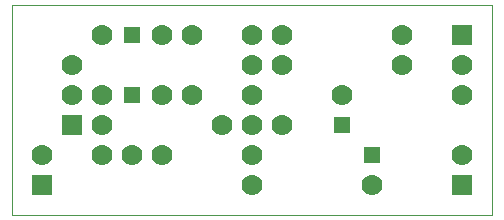
<source format=gtl>
G75*
%MOIN*%
%OFA0B0*%
%FSLAX25Y25*%
%IPPOS*%
%LPD*%
%AMOC8*
5,1,8,0,0,1.08239X$1,22.5*
%
%ADD10C,0.00000*%
%ADD11R,0.07000X0.07000*%
%ADD12C,0.07000*%
%ADD13R,0.05543X0.05543*%
D10*
X0001000Y0001000D02*
X0001000Y0071000D01*
X0161000Y0071000D01*
X0161000Y0001000D01*
X0001000Y0001000D01*
D11*
X0011000Y0011000D03*
X0021000Y0031000D03*
X0151000Y0011000D03*
X0151000Y0061000D03*
D12*
X0131000Y0061000D03*
X0131000Y0051000D03*
X0151000Y0051000D03*
X0151000Y0041000D03*
X0111000Y0041000D03*
X0091000Y0031000D03*
X0081000Y0031000D03*
X0071000Y0031000D03*
X0061000Y0041000D03*
X0051000Y0041000D03*
X0031000Y0041000D03*
X0021000Y0041000D03*
X0031000Y0031000D03*
X0031000Y0021000D03*
X0041000Y0021000D03*
X0051000Y0021000D03*
X0081000Y0021000D03*
X0081000Y0011000D03*
X0121000Y0011000D03*
X0151000Y0021000D03*
X0091000Y0051000D03*
X0081000Y0051000D03*
X0081000Y0041000D03*
X0081000Y0061000D03*
X0091000Y0061000D03*
X0061000Y0061000D03*
X0051000Y0061000D03*
X0031000Y0061000D03*
X0021000Y0051000D03*
X0011000Y0021000D03*
D13*
X0041000Y0041000D03*
X0041000Y0061000D03*
X0111000Y0031000D03*
X0121000Y0021000D03*
M02*

</source>
